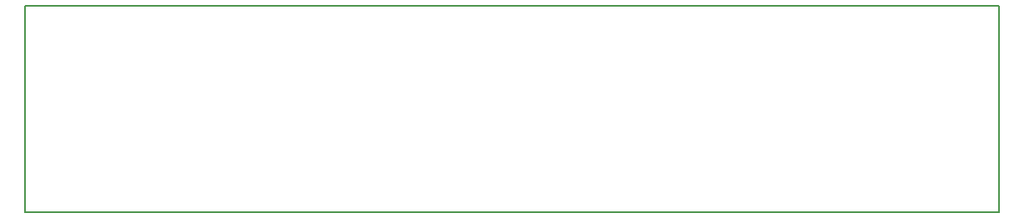
<source format=gbr>
G04 #@! TF.GenerationSoftware,KiCad,Pcbnew,(5.0.2)-1*
G04 #@! TF.CreationDate,2021-03-12T16:00:43+02:00*
G04 #@! TF.ProjectId,MAX7219 SMD,4d415837-3231-4392-9053-4d442e6b6963,rev?*
G04 #@! TF.SameCoordinates,Original*
G04 #@! TF.FileFunction,Profile,NP*
%FSLAX46Y46*%
G04 Gerber Fmt 4.6, Leading zero omitted, Abs format (unit mm)*
G04 Created by KiCad (PCBNEW (5.0.2)-1) date 12.03.2021 16:00:43*
%MOMM*%
%LPD*%
G01*
G04 APERTURE LIST*
%ADD10C,0.150000*%
G04 APERTURE END LIST*
D10*
X94000000Y-110000000D02*
X94000000Y-89000000D01*
X193000000Y-110000000D02*
X94000000Y-110000000D01*
X193000000Y-89000000D02*
X193000000Y-110000000D01*
X94000000Y-89000000D02*
X193000000Y-89000000D01*
M02*

</source>
